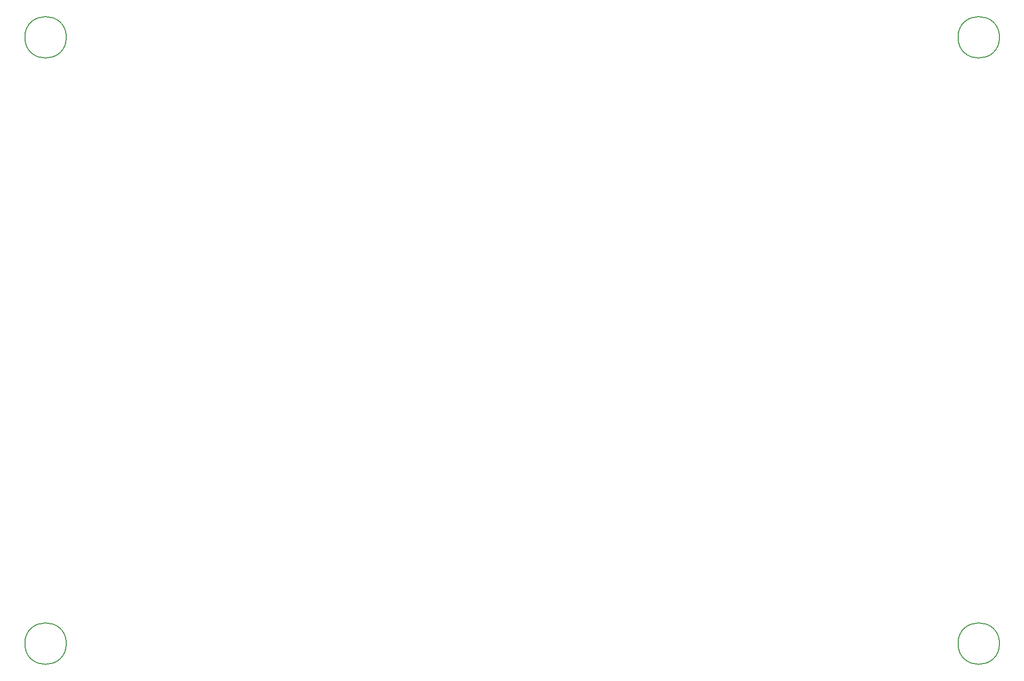
<source format=gbr>
%TF.GenerationSoftware,KiCad,Pcbnew,7.0.9*%
%TF.CreationDate,2024-04-09T00:56:21-04:00*%
%TF.ProjectId,WIRED-I2C-Shield-revA4,57495245-442d-4493-9243-2d536869656c,RevA4*%
%TF.SameCoordinates,Original*%
%TF.FileFunction,Other,Comment*%
%FSLAX46Y46*%
G04 Gerber Fmt 4.6, Leading zero omitted, Abs format (unit mm)*
G04 Created by KiCad (PCBNEW 7.0.9) date 2024-04-09 00:56:21*
%MOMM*%
%LPD*%
G01*
G04 APERTURE LIST*
%ADD10C,0.150000*%
G04 APERTURE END LIST*
D10*
%TO.C,H4*%
X76144000Y-130556000D02*
G75*
G03*
X76144000Y-130556000I-3500000J0D01*
G01*
%TO.C,H2*%
X233624000Y-28194000D02*
G75*
G03*
X233624000Y-28194000I-3500000J0D01*
G01*
%TO.C,H3*%
X233624000Y-130556000D02*
G75*
G03*
X233624000Y-130556000I-3500000J0D01*
G01*
%TO.C,H1*%
X76144000Y-28194000D02*
G75*
G03*
X76144000Y-28194000I-3500000J0D01*
G01*
%TD*%
M02*

</source>
